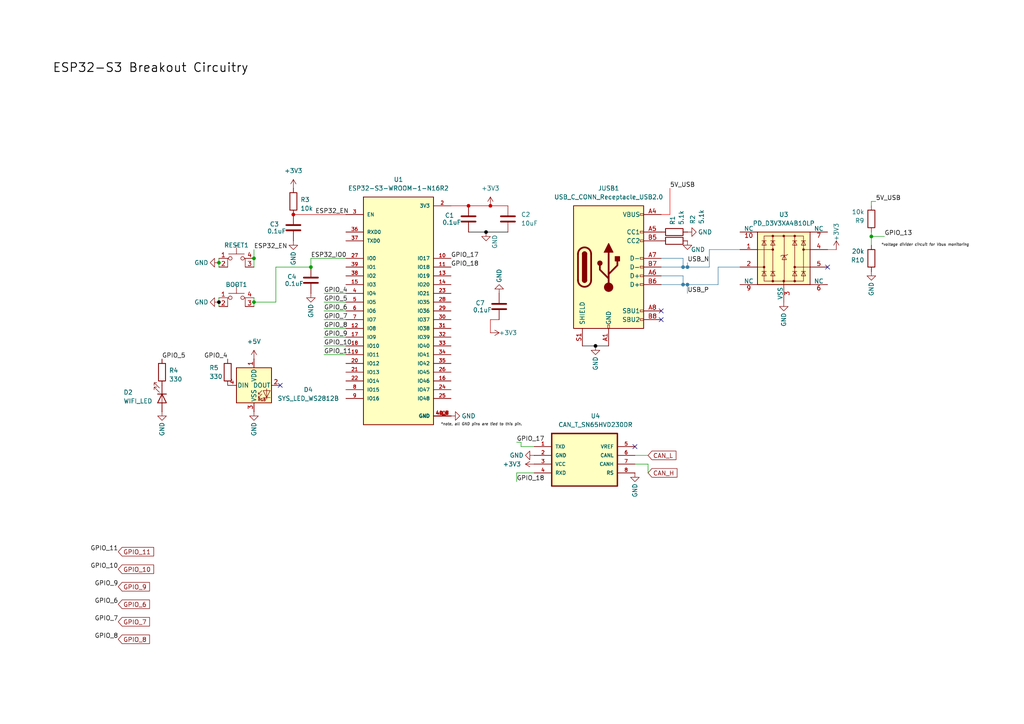
<source format=kicad_sch>
(kicad_sch (version 20231120) (generator "eeschema") (generator_version "8.0")
  (paper "A4")
  (title_block (title "ULC Board ESP32-S3 Breakout Circuitry ") (rev "A") (company "Queen's Rocket Engineering Team") (comment 1 "Jeevan Sanchez"))
  (lib_symbols
    (symbol "Connector:USB_C_Receptacle_USB2.0" (pin_names (offset 1.016))
      (property "Reference" "J" (at -10.16 19.05 0))
      (property "Value" "USB_C_Receptacle_USB2.0" (at 19.05 19.05 0))
      (symbol "USB_C_Receptacle_USB2.0_0_0"
        (rectangle (start -0.254 -17.78) (end 0.254 -16.764))
        (rectangle (start 10.16 -14.986) (end 9.144 -15.494))
        (rectangle (start 10.16 -12.446) (end 9.144 -12.954))
        (rectangle (start 10.16 -4.826) (end 9.144 -5.334))
        (rectangle (start 10.16 -2.286) (end 9.144 -2.794))
        (rectangle (start 10.16 0.254) (end 9.144 -0.254))
        (rectangle (start 10.16 2.794) (end 9.144 2.286))
        (rectangle (start 10.16 7.874) (end 9.144 7.366))
        (rectangle (start 10.16 10.414) (end 9.144 9.906))
        (rectangle (start 10.16 15.494) (end 9.144 14.986))
      )
      (symbol "USB_C_Receptacle_USB2.0_0_1"
        (rectangle (start -10.16 17.78) (end 10.16 -17.78) (stroke (width 0.254)) (fill (type background)))
        (arc (start -8.89 -3.81) (mid -6.985 -5.7067) (end -5.08 -3.81) (stroke (width 0.508)))
        (arc (start -7.62 -3.81) (mid -6.985 -4.4423) (end -6.35 -3.81) (stroke (width 0.254)))
        (arc (start -7.62 -3.81) (mid -6.985 -4.4423) (end -6.35 -3.81) (stroke (width 0.254)) (fill (type outline)))
        (rectangle (start -7.62 -3.81) (end -6.35 3.81) (stroke (width 0.254)) (fill (type outline)))
        (arc (start -6.35 3.81) (mid -6.985 4.4423) (end -7.62 3.81) (stroke (width 0.254)))
        (arc (start -6.35 3.81) (mid -6.985 4.4423) (end -7.62 3.81) (stroke (width 0.254)) (fill (type outline)))
        (arc (start -5.08 3.81) (mid -6.985 5.7067) (end -8.89 3.81) (stroke (width 0.508)))
        (circle (center -2.54 1.143) (radius 0.635) (stroke (width 0.254)) (fill (type outline)))
        (circle (center 0 -5.842) (radius 1.27) (fill (type outline)))
        (polyline (pts (xy -8.89 -3.81) (xy -8.89 3.81)) (stroke (width 0.508)))
        (polyline (pts (xy -5.08 3.81) (xy -5.08 -3.81)) (stroke (width 0.508)))
        (polyline (pts (xy 0 -5.842) (xy 0 4.318)) (stroke (width 0.508)))
        (polyline (pts (xy 0 -3.302) (xy -2.54 -0.762) (xy -2.54 0.508)) (stroke (width 0.508)))
        (polyline (pts (xy 0 -2.032) (xy 2.54 0.508) (xy 2.54 1.778)) (stroke (width 0.508)))
        (polyline (pts (xy -1.27 4.318) (xy 0 6.858) (xy 1.27 4.318) (xy -1.27 4.318)) (stroke (width 0.254)) (fill (type outline)))
        (rectangle (start 1.905 1.778) (end 3.175 3.048) (stroke (width 0.254)) (fill (type outline)))
      )
      (symbol "USB_C_Receptacle_USB2.0_1_1"
        (pin passive line (at 0 -22.86 90) (length 5.08) (name "GND") (number "A1"))
        (pin passive line (at 0 -22.86 90) (length 5.08) hide (name "GND") (number "A12"))
        (pin passive line (at 15.24 15.24 180) (length 5.08) (name "VBUS") (number "A4"))
        (pin bidirectional line (at 15.24 10.16 180) (length 5.08) (name "CC1") (number "A5"))
        (pin bidirectional line (at 15.24 -2.54 180) (length 5.08) (name "D+") (number "A6"))
        (pin bidirectional line (at 15.24 2.54 180) (length 5.08) (name "D-") (number "A7"))
        (pin bidirectional line (at 15.24 -12.7 180) (length 5.08) (name "SBU1") (number "A8"))
        (pin passive line (at 15.24 15.24 180) (length 5.08) hide (name "VBUS") (number "A9"))
        (pin passive line (at 0 -22.86 90) (length 5.08) hide (name "GND") (number "B1"))
        (pin passive line (at 0 -22.86 90) (length 5.08) hide (name "GND") (number "B12"))
        (pin passive line (at 15.24 15.24 180) (length 5.08) hide (name "VBUS") (number "B4"))
        (pin bidirectional line (at 15.24 7.62 180) (length 5.08) (name "CC2") (number "B5"))
        (pin bidirectional line (at 15.24 -5.08 180) (length 5.08) (name "D+") (number "B6"))
        (pin bidirectional line (at 15.24 0 180) (length 5.08) (name "D-") (number "B7"))
        (pin bidirectional line (at 15.24 -15.24 180) (length 5.08) (name "SBU2") (number "B8"))
        (pin passive line (at 15.24 15.24 180) (length 5.08) hide (name "VBUS") (number "B9"))
        (pin passive line (at -7.62 -22.86 90) (length 5.08) (name "SHIELD") (number "S1"))
      )
    )
    (symbol "Device:C" (pin_numbers hide) (pin_names (offset 0.254))
      (property "Reference" "C" (at 0.635 2.54 0))
      (property "Value" "C" (at 0.635 -2.54 0))
      (symbol "C_0_1"
        (polyline (pts (xy -2.032 -0.762) (xy 2.032 -0.762)) (stroke (width 0.508)))
        (polyline (pts (xy -2.032 0.762) (xy 2.032 0.762)) (stroke (width 0.508)))
      )
      (symbol "C_1_1"
        (pin passive line (at 0 3.81 270) (length 2.794) (name "~") (number "1"))
        (pin passive line (at 0 -3.81 90) (length 2.794) (name "~") (number "2"))
      )
    )
    (symbol "Device:LED" (pin_numbers hide) (pin_names (offset 1.016) hide)
      (property "Reference" "D" (at 0 2.54 0))
      (property "Value" "LED" (at 0 -2.54 0))
      (symbol "LED_0_1"
        (polyline (pts (xy -1.27 -1.27) (xy -1.27 1.27)) (stroke (width 0.254)))
        (polyline (pts (xy -1.27 0) (xy 1.27 0)))
        (polyline (pts (xy 1.27 -1.27) (xy 1.27 1.27) (xy -1.27 0) (xy 1.27 -1.27)) (stroke (width 0.254)))
        (polyline (pts (xy -3.048 -0.762) (xy -4.572 -2.286) (xy -3.81 -2.286) (xy -4.572 -2.286) (xy -4.572 -1.524)))
        (polyline (pts (xy -1.778 -0.762) (xy -3.302 -2.286) (xy -2.54 -2.286) (xy -3.302 -2.286) (xy -3.302 -1.524)))
      )
      (symbol "LED_1_1"
        (pin passive line (at -3.81 0 0) (length 2.54) (name "K") (number "1"))
        (pin passive line (at 3.81 0 180) (length 2.54) (name "A") (number "2"))
      )
    )
    (symbol "Device:R" (pin_numbers hide) (pin_names (offset 0))
      (property "Reference" "R" (at 2.032 0 90))
      (property "Value" "R" (at 0 0 90))
      (symbol "R_0_1"
        (rectangle (start -1.016 -2.54) (end 1.016 2.54) (stroke (width 0.254)))
      )
      (symbol "R_1_1"
        (pin passive line (at 0 3.81 270) (length 1.27) (name "~") (number "1"))
        (pin passive line (at 0 -3.81 90) (length 1.27) (name "~") (number "2"))
      )
    )
    (symbol "ESP32-S3-WROOM-1-N16R2:ESP32-S3-WROOM-1-N16R2" (pin_names (offset 1.016))
      (property "Reference" "U" (at -10.16 34.1122 0))
      (property "Value" "ESP32-S3-WROOM-1-N16R2" (at -10.16 -35.56 0))
      (symbol "ESP32-S3-WROOM-1-N16R2_0_0"
        (rectangle (start -10.16 -33.02) (end 10.16 33.02) (stroke (width 0.254)) (fill (type background)))
        (pin power_in line (at 15.24 -30.48 180) (length 5.08) (name "GND") (number "1"))
        (pin bidirectional line (at 15.24 15.24 180) (length 5.08) (name "IO17") (number "10"))
        (pin bidirectional line (at 15.24 12.7 180) (length 5.08) (name "IO18") (number "11"))
        (pin bidirectional line (at -15.24 -5.08 0) (length 5.08) (name "IO8") (number "12"))
        (pin bidirectional line (at 15.24 10.16 180) (length 5.08) (name "IO19") (number "13"))
        (pin bidirectional line (at 15.24 7.62 180) (length 5.08) (name "IO20") (number "14"))
        (pin bidirectional line (at -15.24 7.62 0) (length 5.08) (name "IO3") (number "15"))
        (pin bidirectional line (at 15.24 -20.32 180) (length 5.08) (name "IO46") (number "16"))
        (pin bidirectional line (at -15.24 -7.62 0) (length 5.08) (name "IO9") (number "17"))
        (pin bidirectional line (at -15.24 -10.16 0) (length 5.08) (name "IO10") (number "18"))
        (pin bidirectional line (at -15.24 -12.7 0) (length 5.08) (name "IO11") (number "19"))
        (pin power_in line (at 15.24 30.48 180) (length 5.08) (name "3V3") (number "2"))
        (pin bidirectional line (at -15.24 -15.24 0) (length 5.08) (name "IO12") (number "20"))
        (pin bidirectional line (at -15.24 -17.78 0) (length 5.08) (name "IO13") (number "21"))
        (pin bidirectional line (at -15.24 -20.32 0) (length 5.08) (name "IO14") (number "22"))
        (pin bidirectional line (at 15.24 5.08 180) (length 5.08) (name "IO21") (number "23"))
        (pin bidirectional line (at 15.24 -22.86 180) (length 5.08) (name "IO47") (number "24"))
        (pin bidirectional line (at 15.24 -25.4 180) (length 5.08) (name "IO48") (number "25"))
        (pin bidirectional line (at 15.24 -17.78 180) (length 5.08) (name "IO45") (number "26"))
        (pin bidirectional line (at -15.24 15.24 0) (length 5.08) (name "IO0") (number "27"))
        (pin bidirectional line (at 15.24 2.54 180) (length 5.08) (name "IO35") (number "28"))
        (pin bidirectional line (at 15.24 0 180) (length 5.08) (name "IO36") (number "29"))
        (pin input line (at -15.24 27.94 0) (length 5.08) (name "EN") (number "3"))
        (pin bidirectional line (at 15.24 -2.54 180) (length 5.08) (name "IO37") (number "30"))
        (pin bidirectional line (at 15.24 -5.08 180) (length 5.08) (name "IO38") (number "31"))
        (pin bidirectional line (at 15.24 -7.62 180) (length 5.08) (name "IO39") (number "32"))
        (pin bidirectional line (at 15.24 -10.16 180) (length 5.08) (name "IO40") (number "33"))
        (pin bidirectional line (at 15.24 -12.7 180) (length 5.08) (name "IO41") (number "34"))
        (pin bidirectional line (at 15.24 -15.24 180) (length 5.08) (name "IO42") (number "35"))
        (pin bidirectional line (at -15.24 22.86 0) (length 5.08) (name "RXD0") (number "36"))
        (pin bidirectional line (at -15.24 20.32 0) (length 5.08) (name "TXD0") (number "37"))
        (pin bidirectional line (at -15.24 10.16 0) (length 5.08) (name "IO2") (number "38"))
        (pin bidirectional line (at -15.24 12.7 0) (length 5.08) (name "IO1") (number "39"))
        (pin bidirectional line (at -15.24 5.08 0) (length 5.08) (name "IO4") (number "4"))
        (pin power_in line (at 15.24 -30.48 180) (length 5.08) (name "GND") (number "40"))
        (pin power_in line (at 15.24 -30.48 180) (length 5.08) (name "GND") (number "41_1"))
        (pin power_in line (at 15.24 -30.48 180) (length 5.08) (name "GND") (number "41_2"))
        (pin power_in line (at 15.24 -30.48 180) (length 5.08) (name "GND") (number "41_3"))
        (pin power_in line (at 15.24 -30.48 180) (length 5.08) (name "GND") (number "41_4"))
        (pin power_in line (at 15.24 -30.48 180) (length 5.08) (name "GND") (number "41_5"))
        (pin power_in line (at 15.24 -30.48 180) (length 5.08) (name "GND") (number "41_6"))
        (pin power_in line (at 15.24 -30.48 180) (length 5.08) (name "GND") (number "41_7"))
        (pin power_in line (at 15.24 -30.48 180) (length 5.08) (name "GND") (number "41_8"))
        (pin power_in line (at 15.24 -30.48 180) (length 5.08) (name "GND") (number "41_9"))
        (pin bidirectional line (at -15.24 2.54 0) (length 5.08) (name "IO5") (number "5"))
        (pin bidirectional line (at -15.24 0 0) (length 5.08) (name "IO6") (number "6"))
        (pin bidirectional line (at -15.24 -2.54 0) (length 5.08) (name "IO7") (number "7"))
        (pin bidirectional line (at -15.24 -22.86 0) (length 5.08) (name "IO15") (number "8"))
        (pin bidirectional line (at -15.24 -25.4 0) (length 5.08) (name "IO16") (number "9"))
      )
    )
    (symbol "LED:WS2812B" (pin_names (offset 0.254))
      (property "Reference" "D" (at 5.08 5.715 0))
      (property "Value" "WS2812B" (at 1.27 -5.715 0))
      (symbol "WS2812B_0_0"
        (text "RGB" (at 2.286 -4.191 0) (effects (font (size 0.762 0.762))))
      )
      (symbol "WS2812B_0_1"
        (polyline (pts (xy 1.27 -3.556) (xy 1.778 -3.556)))
        (polyline (pts (xy 1.27 -2.54) (xy 1.778 -2.54)))
        (polyline (pts (xy 4.699 -3.556) (xy 2.667 -3.556)))
        (polyline (pts (xy 2.286 -2.54) (xy 1.27 -3.556) (xy 1.27 -3.048)))
        (polyline (pts (xy 2.286 -1.524) (xy 1.27 -2.54) (xy 1.27 -2.032)))
        (polyline (pts (xy 3.683 -1.016) (xy 3.683 -3.556) (xy 3.683 -4.064)))
        (polyline (pts (xy 4.699 -1.524) (xy 2.667 -1.524) (xy 3.683 -3.556) (xy 4.699 -1.524)))
        (rectangle (start 5.08 5.08) (end -5.08 -5.08) (stroke (width 0.254)) (fill (type background)))
      )
      (symbol "WS2812B_1_1"
        (pin power_in line (at 0 7.62 270) (length 2.54) (name "VDD") (number "1"))
        (pin output line (at 7.62 0 180) (length 2.54) (name "DOUT") (number "2"))
        (pin power_in line (at 0 -7.62 90) (length 2.54) (name "VSS") (number "3"))
        (pin input line (at -7.62 0 0) (length 2.54) (name "DIN") (number "4"))
      )
    )
    (symbol "Power_Protection:D3V3XA4B10LP" (pin_names (offset 0))
      (property "Reference" "U" (at -0.635 8.89 0))
      (property "Value" "D3V3XA4B10LP" (at 8.89 -10.16 0))
      (symbol "D3V3XA4B10LP_0_0"
        (rectangle (start -5.715 6.477) (end 5.715 -6.604))
        (polyline (pts (xy -3.175 -6.604) (xy -3.175 6.477)))
        (polyline (pts (xy 0.127 6.477) (xy 0.127 -6.604)))
        (polyline (pts (xy 3.175 6.477) (xy 3.175 -6.604)))
      )
      (symbol "D3V3XA4B10LP_0_1"
        (rectangle (start -7.62 7.62) (end 7.62 -7.62) (stroke (width 0.254)) (fill (type background)))
        (circle (center -5.715 -2.54) (radius 0.2794) (fill (type outline)))
        (circle (center -3.175 -6.604) (radius 0.2794) (fill (type outline)))
        (circle (center -3.175 2.54) (radius 0.2794) (fill (type outline)))
        (circle (center -3.175 6.477) (radius 0.2794) (fill (type outline)))
        (circle (center 0 -6.604) (radius 0.2794) (fill (type outline)))
        (polyline (pts (xy -7.747 2.54) (xy -3.175 2.54)))
        (polyline (pts (xy -7.62 -2.54) (xy -5.715 -2.54)))
        (polyline (pts (xy -5.08 -3.81) (xy -6.35 -3.81)))
        (polyline (pts (xy -5.08 5.08) (xy -6.35 5.08)))
        (polyline (pts (xy -2.54 -3.81) (xy -3.81 -3.81)))
        (polyline (pts (xy -2.54 5.08) (xy -3.81 5.08)))
        (polyline (pts (xy -0.508 0.889) (xy -0.889 0.635)))
        (polyline (pts (xy 0 -6.604) (xy 0 -7.62)))
        (polyline (pts (xy 0.762 0.889) (xy -0.508 0.889)))
        (polyline (pts (xy 0.762 0.889) (xy 1.143 1.143)))
        (polyline (pts (xy 3.81 -3.81) (xy 2.54 -3.81)))
        (polyline (pts (xy 3.81 5.08) (xy 2.54 5.08)))
        (polyline (pts (xy 6.35 -3.81) (xy 5.08 -3.81)))
        (polyline (pts (xy 6.35 5.08) (xy 5.08 5.08)))
        (polyline (pts (xy 7.62 -2.54) (xy 3.175 -2.54)))
        (polyline (pts (xy 7.62 2.54) (xy 5.715 2.54)))
        (polyline (pts (xy -5.08 -5.08) (xy -6.35 -5.08) (xy -5.715 -3.81) (xy -5.08 -5.08)))
        (polyline (pts (xy -5.08 3.81) (xy -6.35 3.81) (xy -5.715 5.08) (xy -5.08 3.81)))
        (polyline (pts (xy -2.54 -5.08) (xy -3.81 -5.08) (xy -3.175 -3.81) (xy -2.54 -5.08)))
        (polyline (pts (xy -2.54 3.81) (xy -3.81 3.81) (xy -3.175 5.08) (xy -2.54 3.81)))
        (polyline (pts (xy 0.762 -0.381) (xy -0.508 -0.381) (xy 0.127 0.889) (xy 0.762 -0.381)))
        (polyline (pts (xy 3.81 -5.08) (xy 2.54 -5.08) (xy 3.175 -3.81) (xy 3.81 -5.08)))
        (polyline (pts (xy 3.81 3.81) (xy 2.54 3.81) (xy 3.175 5.08) (xy 3.81 3.81)))
        (polyline (pts (xy 6.35 -5.08) (xy 5.08 -5.08) (xy 5.715 -3.81) (xy 6.35 -5.08)))
        (polyline (pts (xy 6.35 3.81) (xy 5.08 3.81) (xy 5.715 5.08) (xy 6.35 3.81)))
        (circle (center 0 6.477) (radius 0.2794) (fill (type outline)))
        (circle (center 3.175 -6.604) (radius 0.2794) (fill (type outline)))
        (circle (center 3.175 -2.54) (radius 0.2794) (fill (type outline)))
        (circle (center 3.175 6.477) (radius 0.2794) (fill (type outline)))
        (circle (center 5.715 2.54) (radius 0.2794) (fill (type outline)))
      )
      (symbol "D3V3XA4B10LP_1_1"
        (pin passive line (at -12.7 2.54 0) (length 5.08) (name "~") (number "1"))
        (pin free line (at -12.7 7.62 0) (length 5.08) (name "NC") (number "10"))
        (pin passive line (at -12.7 -2.54 0) (length 5.08) (name "~") (number "2"))
        (pin power_in line (at 0 -12.7 90) (length 5.08) (name "VSS") (number "3"))
        (pin passive line (at 12.7 2.54 180) (length 5.08) (name "~") (number "4"))
        (pin passive line (at 12.7 -2.54 180) (length 5.08) (name "~") (number "5"))
        (pin free line (at 12.7 -7.62 180) (length 5.08) (name "NC") (number "6"))
        (pin free line (at 12.7 7.62 180) (length 5.08) (name "NC") (number "7"))
        (pin passive line (at 0 -12.7 90) (length 5.08) hide (name "VSS") (number "8"))
        (pin free line (at -12.7 -7.62 0) (length 5.08) (name "NC") (number "9"))
      )
    )
    (symbol "SN65HVD230DR:SN65HVD230DR" (pin_names (offset 1.016))
      (property "Reference" "U4" (at 0 17.78 0))
      (property "Value" "CAN_T_SN65HVD230DR" (at 0 15.24 0))
      (symbol "SN65HVD230DR_0_0"
        (rectangle (start -12.7 12.7) (end 6.35 -2.54) (stroke (width 0.41)) (fill (type background)))
        (pin power_in line (at -17.78 6.35 0) (length 5.08) (name "GND") (number "2"))
        (pin power_in line (at -17.78 3.81 0) (length 5.08) (name "VCC") (number "3"))
        (pin output line (at 11.43 8.89 180) (length 5.08) (name "VREF") (number "5"))
        (pin output line (at 11.43 6.35 180) (length 5.08) (name "CANL") (number "6"))
        (pin output line (at 11.43 3.81 180) (length 5.08) (name "CANH") (number "7"))
        (pin input line (at 11.43 1.27 180) (length 5.08) (name "RS") (number "8"))
      )
      (symbol "SN65HVD230DR_1_0"
        (pin input line (at -17.78 8.89 0) (length 5.08) (name "TXD") (number "1"))
        (pin output line (at -17.78 1.27 0) (length 5.08) (name "RXD") (number "4"))
      )
    )
    (symbol "Switch:SW_MEC_5E" (pin_names (offset 1.016) hide)
      (property "Reference" "SW" (at 0.635 5.715 0))
      (property "Value" "SW_MEC_5E" (at 0 -3.175 0))
      (symbol "SW_MEC_5E_0_1"
        (circle (center -1.778 2.54) (radius 0.508))
        (polyline (pts (xy -2.286 3.81) (xy 2.286 3.81)))
        (polyline (pts (xy 0 3.81) (xy 0 5.588)))
        (polyline (pts (xy -2.54 0) (xy -2.54 2.54) (xy -2.286 2.54)))
        (polyline (pts (xy 2.54 0) (xy 2.54 2.54) (xy 2.286 2.54)))
        (circle (center 1.778 2.54) (radius 0.508))
        (pin passive line (at -5.08 2.54 0) (length 2.54) (name "1") (number "1"))
        (pin passive line (at -5.08 0 0) (length 2.54) (name "2") (number "2"))
        (pin passive line (at 5.08 0 180) (length 2.54) (name "K") (number "3"))
        (pin passive line (at 5.08 2.54 180) (length 2.54) (name "A") (number "4"))
      )
    )
    (symbol "power:+3V3" (power) (pin_numbers hide) (pin_names (offset 0) hide)
      (property "Value" "+3V3" (at 0 3.556 0))
      (symbol "+3V3_0_1"
        (polyline (pts (xy -0.762 1.27) (xy 0 2.54)))
        (polyline (pts (xy 0 0) (xy 0 2.54)))
        (polyline (pts (xy 0 2.54) (xy 0.762 1.27)))
      )
      (symbol "+3V3_1_1"
        (pin power_in line (at 0 0 90) (length 0) (name "~") (number "1"))
      )
    )
    (symbol "power:+5V" (power) (pin_numbers hide) (pin_names (offset 0) hide)
      (property "Value" "+5V" (at 0 3.556 0))
      (symbol "+5V_0_1"
        (polyline (pts (xy -0.762 1.27) (xy 0 2.54)))
        (polyline (pts (xy 0 0) (xy 0 2.54)))
        (polyline (pts (xy 0 2.54) (xy 0.762 1.27)))
      )
      (symbol "+5V_1_1"
        (pin power_in line (at 0 0 90) (length 0) (name "~") (number "1"))
      )
    )
    (symbol "power:GND" (power) (pin_numbers hide) (pin_names (offset 0) hide)
      (property "Value" "GND" (at 0 -3.81 0))
      (symbol "GND_0_1"
        (polyline (pts (xy 0 0) (xy 0 -1.27) (xy 1.27 -1.27) (xy 0 -2.54) (xy -1.27 -1.27) (xy 0 -1.27)))
      )
      (symbol "GND_1_1"
        (pin power_in line (at 0 0 270) (length 0) (name "~") (number "1"))
      )
    )
  )
  (junction (at 172.72 100.33) (color 0 0 0 1))
  (junction (at 198.12 82.55) (color 47 120 160 1))
  (junction (at 90.17 77.47))
  (junction (at 199.39 77.47) (color 47 120 160 1))
  (junction (at 198.12 77.47) (color 47 120 160 1))
  (junction (at 85.09 62.23) (color 194 0 0 1))
  (junction (at 73.66 74.93))
  (junction (at 142.24 59.69) (color 194 0 0 1))
  (junction (at 199.39 82.55) (color 47 120 160 1))
  (junction (at 73.66 87.63))
  (junction (at 63.5 76.2))
  (junction (at 135.89 59.69) (color 194 0 0 1))
  (junction (at 140.97 67.31) (color 0 0 0 1))
  (junction (at 63.5 87.63) (color 0 0 0 1))
  (junction (at 252.73 68.58))
  (no_connect (at 81.28 111.76))
  (no_connect (at 191.77 92.71))
  (no_connect (at 191.77 90.17))
  (no_connect (at 240.03 77.47))
  (no_connect (at 184.15 129.54))
  (wire (pts (xy 90.17 74.93) (xy 90.17 77.47)))
  (wire (pts (xy 93.98 85.09) (xy 100.33 85.09)))
  (wire (pts (xy 93.98 90.17) (xy 100.33 90.17)))
  (wire (pts (xy 142.24 59.69) (xy 147.32 59.69)) (stroke (width 0) (color 194 0 0 1)))
  (wire (pts (xy 93.98 97.79) (xy 100.33 97.79)))
  (wire (pts (xy 252.73 59.69) (xy 252.73 58.42)))
  (wire (pts (xy 93.98 95.25) (xy 100.33 95.25)))
  (wire (pts (xy 73.66 86.36) (xy 73.66 87.63)))
  (wire (pts (xy 198.12 77.47) (xy 199.39 77.47)) (stroke (width 0) (color 47 120 160 1)))
  (wire (pts (xy 154.94 137.16) (xy 149.86 137.16)))
  (wire (pts (xy 142.24 92.71) (xy 144.78 92.71)) (stroke (width 0) (color 194 0 0 1)))
  (wire (pts (xy 198.12 80.01) (xy 191.77 80.01)) (stroke (width 0) (color 47 120 160 1)))
  (wire (pts (xy 85.09 62.23) (xy 100.33 62.23)) (stroke (width 0) (color 194 0 0 1)))
  (wire (pts (xy 198.12 74.93) (xy 198.12 77.47)) (stroke (width 0) (color 47 120 160 1)))
  (wire (pts (xy 198.12 77.47) (xy 191.77 77.47)) (stroke (width 0) (color 47 120 160 1)))
  (wire (pts (xy 184.15 134.62) (xy 187.96 134.62)))
  (wire (pts (xy 149.86 128.27) (xy 151.13 128.27)))
  (wire (pts (xy 172.72 100.33) (xy 176.53 100.33)) (stroke (width 0) (color 0 0 0 1)))
  (wire (pts (xy 73.66 87.63) (xy 73.66 88.9)))
  (wire (pts (xy 242.57 72.39) (xy 240.03 72.39)) (stroke (width 0) (color 255 0 0 1)))
  (wire (pts (xy 199.39 82.55) (xy 208.28 82.55)) (stroke (width 0) (color 47 120 160 1)))
  (wire (pts (xy 63.5 74.93) (xy 63.5 76.2)))
  (wire (pts (xy 142.24 96.52) (xy 142.24 92.71)) (stroke (width 0) (color 194 0 0 1)))
  (wire (pts (xy 252.73 67.31) (xy 252.73 68.58)))
  (wire (pts (xy 194.31 62.23) (xy 194.31 54.61)) (stroke (width 0) (color 255 0 0 1)))
  (wire (pts (xy 252.73 68.58) (xy 252.73 71.12)))
  (wire (pts (xy 151.13 128.27) (xy 151.13 129.54)))
  (wire (pts (xy 252.73 68.58) (xy 256.54 68.58)))
  (wire (pts (xy 198.12 82.55) (xy 198.12 80.01)) (stroke (width 0) (color 47 120 160 1)))
  (wire (pts (xy 73.66 74.93) (xy 73.66 77.47)))
  (wire (pts (xy 130.81 59.69) (xy 135.89 59.69)) (stroke (width 0) (color 194 0 0 1)))
  (wire (pts (xy 205.74 72.39) (xy 214.63 72.39)) (stroke (width 0) (color 47 120 160 1)))
  (wire (pts (xy 168.91 100.33) (xy 172.72 100.33)) (stroke (width 0) (color 0 0 0 1)))
  (wire (pts (xy 63.5 87.63) (xy 63.5 88.9)))
  (wire (pts (xy 191.77 82.55) (xy 198.12 82.55)) (stroke (width 0) (color 47 120 160 1)))
  (wire (pts (xy 191.77 74.93) (xy 198.12 74.93)) (stroke (width 0) (color 47 120 160 1)))
  (wire (pts (xy 199.39 76.2) (xy 199.39 77.47)) (stroke (width 0) (color 47 120 160 1)))
  (wire (pts (xy 187.96 134.62) (xy 187.96 137.16)))
  (wire (pts (xy 80.01 77.47) (xy 90.17 77.47)))
  (wire (pts (xy 80.01 87.63) (xy 80.01 77.47)))
  (wire (pts (xy 73.66 87.63) (xy 80.01 87.63)))
  (wire (pts (xy 93.98 102.87) (xy 100.33 102.87)))
  (wire (pts (xy 93.98 92.71) (xy 100.33 92.71)))
  (wire (pts (xy 252.73 58.42) (xy 254 58.42)))
  (wire (pts (xy 199.39 77.47) (xy 205.74 77.47)) (stroke (width 0) (color 47 120 160 1)))
  (wire (pts (xy 151.13 129.54) (xy 154.94 129.54)))
  (wire (pts (xy 135.89 59.69) (xy 142.24 59.69)) (stroke (width 0) (color 194 0 0 1)))
  (wire (pts (xy 73.66 72.39) (xy 73.66 74.93)))
  (wire (pts (xy 93.98 100.33) (xy 100.33 100.33)))
  (wire (pts (xy 63.5 76.2) (xy 63.5 77.47)))
  (wire (pts (xy 199.39 82.55) (xy 199.39 85.09)) (stroke (width 0) (color 47 120 160 1)))
  (wire (pts (xy 149.86 137.16) (xy 149.86 139.7)))
  (wire (pts (xy 140.97 67.31) (xy 147.32 67.31)) (stroke (width 0) (color 0 0 0 1)))
  (wire (pts (xy 208.28 77.47) (xy 214.63 77.47)) (stroke (width 0) (color 47 120 160 1)))
  (wire (pts (xy 100.33 74.93) (xy 90.17 74.93)))
  (wire (pts (xy 205.74 77.47) (xy 205.74 72.39)) (stroke (width 0) (color 47 120 160 1)))
  (wire (pts (xy 63.5 86.36) (xy 63.5 87.63)))
  (wire (pts (xy 191.77 62.23) (xy 194.31 62.23)) (stroke (width 0) (color 255 0 0 1)))
  (wire (pts (xy 93.98 87.63) (xy 100.33 87.63)))
  (wire (pts (xy 184.15 132.08) (xy 187.96 132.08)))
  (wire (pts (xy 198.12 82.55) (xy 199.39 82.55)) (stroke (width 0) (color 47 120 160 1)))
  (wire (pts (xy 208.28 82.55) (xy 208.28 77.47)) (stroke (width 0) (color 47 120 160 1)))
  (wire (pts (xy 135.89 67.31) (xy 140.97 67.31)) (stroke (width 0) (color 0 0 0 1)))
  (text "ESP32-S3 Breakout Circuitry\n" (at 43.688 19.812 0) (effects (font (size 2.54 2.54) (thickness 0.254) (bold yes))))
  (text "*voltage divider circuit for Vbus monitoring\n" (at 255.524 71.12 0) (effects (font (size 0.762 0.762) (italic yes)) (justify left)))
  (text "*note, all GND pins are tied to this pin." (at 127.762 123.19 0) (effects (font (size 0.762 0.762) (italic yes)) (justify left)))
  (label "GPIO_10" (at 93.98 100.33 0))
  (label "ESP32_EN" (at 73.66 72.39 0))
  (label "ESP32_IO0" (at 90.17 74.93 0))
  (label "GPIO_13" (at 256.54 68.58 0))
  (label "GPIO_18" (at 149.86 139.7 0))
  (label "GPIO_9" (at 93.98 97.79 0))
  (label "GPIO_18" (at 130.81 77.47 0))
  (label "GPIO_17" (at 130.81 74.93 0))
  (label "5V_USB" (at 194.31 54.61 0) (effects (font (thickness 0.1588))))
  (label "USB_N" (at 199.39 76.2 0) (effects (font (thickness 0.1588))))
  (label "GPIO_4" (at 93.98 85.09 0))
  (label "GPIO_6" (at 34.29 175.26 180))
  (label "GPIO_8" (at 93.98 95.25 0))
  (label "GPIO_4" (at 66.04 104.14 180))
  (label "GPIO_5" (at 46.99 104.14 0))
  (label "GPIO_5" (at 93.98 87.63 0))
  (label "5V_USB" (at 254 58.42 0) (effects (font (thickness 0.1588))))
  (label "GPIO_6" (at 93.98 90.17 0))
  (label "GPIO_7" (at 34.29 180.34 180))
  (label "GPIO_9" (at 34.29 170.18 180))
  (label "GPIO_11" (at 93.98 102.87 0))
  (label "ESP32_EN" (at 91.44 62.23 0))
  (label "GPIO_11" (at 34.29 160.02 180))
  (label "GPIO_17" (at 149.86 128.27 0))
  (label "GPIO_10" (at 34.29 165.1 180))
  (label "GPIO_8" (at 34.29 185.42 180))
  (label "GPIO_7" (at 93.98 92.71 0))
  (label "USB_P" (at 199.39 85.09 0) (effects (font (thickness 0.1588))))
  (global_label "GPIO_7" (shape input) (at 34.29 180.34 0) (property "Intersheetrefs" "${INTERSHEET_REFS}" (effects (hide yes))))
  (global_label "GPIO_6" (shape input) (at 34.29 175.26 0) (property "Intersheetrefs" "${INTERSHEET_REFS}" (effects (hide yes))))
  (global_label "GPIO_10" (shape input) (at 34.29 165.1 0) (property "Intersheetrefs" "${INTERSHEET_REFS}" (effects (hide yes))))
  (global_label "GPIO_8" (shape input) (at 34.29 185.42 0) (property "Intersheetrefs" "${INTERSHEET_REFS}" (effects (hide yes))))
  (global_label "GPIO_9" (shape input) (at 34.29 170.18 0) (property "Intersheetrefs" "${INTERSHEET_REFS}" (effects (hide yes))))
  (global_label "CAN_H" (shape input) (at 187.96 137.16 0) (property "Intersheetrefs" "${INTERSHEET_REFS}" (effects (hide yes))))
  (global_label "CAN_L" (shape input) (at 187.96 132.08 0) (property "Intersheetrefs" "${INTERSHEET_REFS}" (effects (hide yes))))
  (global_label "GPIO_11" (shape input) (at 34.29 160.02 0) (property "Intersheetrefs" "${INTERSHEET_REFS}" (effects (hide yes))))
  (symbol (lib_id "Device:R") (at 252.73 74.93 180) (unit 1)
    (property "Reference" "R10" (at 250.698 75.438 0) (effects (justify left)))
    (property "Value" "20k" (at 250.698 72.898 0) (effects (justify left)))
    (property "Footprint" "Resistor_SMD:R_0603_1608Metric" (effects (hide yes)))
    (property "Description" "Resistor" (effects (hide yes)))
  )
  (symbol (lib_id "power:GND") (at 154.94 132.08 270) (unit 1)
    (property "Reference" "#PWR019" (effects (hide yes)))
    (property "Value" "GND" (at 151.892 132.08 90) (effects (justify right)))
    (property "Description" "Power symbol creates a global label with name \"GND\" , ground" (effects (hide yes)))
  )
  (symbol (lib_id "power:+3V3") (at 242.57 72.39 0) (unit 1)
    (property "Reference" "#PWR027" (effects (hide yes)))
    (property "Value" "+3V3" (at 242.57 67.31 90))
    (property "Description" "Power symbol creates a global label with name \"+3V3\"" (effects (hide yes)))
  )
  (symbol (lib_id "Power_Protection:D3V3XA4B10LP") (at 227.33 74.93 0) (unit 1)
    (property "Reference" "U3" (at 227.33 62.23 0))
    (property "Value" "PD_D3V3XA4B10LP" (at 227.33 64.77 0))
    (property "Footprint" "Package_DFN_QFN:Diodes_UDFN-10_1.0x2.5mm_P0.5mm" (effects (hide yes)))
    (property "Datasheet" "https://www.diodes.com/assets/Datasheets/D3V3XA4B10LP.pdf" (effects (hide yes)))
    (property "Description" "4-Channel Low Capacitance TVS Diode Array, DFN-10" (effects (hide yes)))
  )
  (symbol (lib_id "power:GND") (at 63.5 87.63 270) (unit 1)
    (property "Reference" "#PWR024" (effects (hide yes)))
    (property "Value" "GND" (at 60.452 87.63 90) (effects (justify right)))
    (property "Description" "Power symbol creates a global label with name \"GND\" , ground" (effects (hide yes)))
  )
  (symbol (lib_id "Device:R") (at 66.04 107.95 0) (unit 1)
    (property "Reference" "R5" (at 60.706 106.68 0) (effects (justify left)))
    (property "Value" "330" (at 60.706 109.22 0) (effects (justify left)))
    (property "Footprint" "Resistor_SMD:R_0603_1608Metric" (effects (hide yes)))
    (property "Description" "Resistor" (effects (hide yes)))
  )
  (symbol (lib_id "power:GND") (at 252.73 78.74 0) (unit 1)
    (property "Reference" "#PWR026" (effects (hide yes)))
    (property "Value" "GND" (at 252.73 81.788 90) (effects (justify right)))
    (property "Description" "Power symbol creates a global label with name \"GND\" , ground" (effects (hide yes)))
  )
  (symbol (lib_id "power:+5V") (at 73.66 104.14 0) (unit 1)
    (property "Reference" "#PWR012" (effects (hide yes)))
    (property "Value" "+5V" (at 73.66 99.06 0))
    (property "Description" "Power symbol creates a global label with name \"+5V\"" (effects (hide yes)))
  )
  (symbol (lib_id "power:+3V3") (at 154.94 134.62 90) (unit 1)
    (property "Reference" "#PWR022" (effects (hide yes)))
    (property "Value" "+3V3" (at 151.13 134.6199 90) (effects (justify left)))
    (property "Description" "Power symbol creates a global label with name \"+3V3\"" (effects (hide yes)))
  )
  (symbol (lib_id "Device:R") (at 252.73 63.5 180) (unit 1)
    (property "Reference" "R9" (at 250.698 64.008 0) (effects (justify left)))
    (property "Value" "10k" (at 250.698 61.468 0) (effects (justify left)))
    (property "Footprint" "Resistor_SMD:R_0603_1608Metric" (effects (hide yes)))
    (property "Description" "Resistor" (effects (hide yes)))
  )
  (symbol (lib_id "power:GND") (at 46.99 119.38 0) (unit 1)
    (property "Reference" "#PWR013" (effects (hide yes)))
    (property "Value" "GND" (at 46.99 122.428 90) (effects (justify right)))
    (property "Description" "Power symbol creates a global label with name \"GND\" , ground" (effects (hide yes)))
  )
  (symbol (lib_id "power:GND") (at 184.15 137.16 0) (unit 1)
    (property "Reference" "#PWR023" (effects (hide yes)))
    (property "Value" "GND" (at 184.15 140.208 90) (effects (justify right)))
    (property "Description" "Power symbol creates a global label with name \"GND\" , ground" (effects (hide yes)))
  )
  (symbol (lib_id "power:GND") (at 172.72 100.33 0) (unit 1)
    (property "Reference" "#PWR03" (effects (hide yes)))
    (property "Value" "GND" (at 172.72 103.378 90) (effects (justify right)))
    (property "Description" "Power symbol creates a global label with name \"GND\" , ground" (effects (hide yes)))
  )
  (symbol (lib_id "Switch:SW_MEC_5E") (at 68.58 88.9 0) (unit 1)
    (property "Reference" "BOOT1" (at 68.58 82.55 0))
    (property "Value" "~" (at 68.58 82.55 0))
    (property "Footprint" "Button_Switch_SMD:SW_SPST_PTS810" (effects (hide yes)))
    (property "Datasheet" "http://www.apem.com/int/index.php?controller=attachment&id_attachment=1371" (effects (hide yes)))
    (property "Description" "Push Button" (effects (hide yes)))
  )
  (symbol (lib_id "Switch:SW_MEC_5E") (at 68.58 77.47 0) (unit 1)
    (property "Reference" "RESET1" (at 68.58 71.12 0))
    (property "Value" "~" (at 68.58 71.12 0))
    (property "Footprint" "Button_Switch_SMD:SW_SPST_PTS810" (effects (hide yes)))
    (property "Datasheet" "http://www.apem.com/int/index.php?controller=attachment&id_attachment=1371" (effects (hide yes)))
    (property "Description" "Push Button" (effects (hide yes)))
  )
  (symbol (lib_id "power:+3V3") (at 142.24 59.69 0) (unit 1)
    (property "Reference" "#PWR06" (effects (hide yes)))
    (property "Value" "+3V3" (at 142.24 54.61 0))
    (property "Description" "Power symbol creates a global label with name \"+3V3\"" (effects (hide yes)))
  )
  (symbol (lib_id "SN65HVD230DR:SN65HVD230DR") (at 172.72 138.43 0) (unit 1)
    (property "Reference" "U4" (at 172.72 120.65 0))
    (property "Value" "CAN_T_SN65HVD230DR" (at 172.72 123.19 0))
    (property "Footprint" "SN65HVD230DR:SOIC127P599X175-8N" (effects (hide yes)))
    (property "Datasheet" "https://www.ti.com/lit/ds/symlink/sn65hvd230.pdf" (effects (hide yes)))
    (property "Description" "CAN Transceiver" (effects (hide yes)))
    (property "MF" "Texas Instruments" (effects (hide yes)))
    (property "Description_1" "\n                        \n                            3.3 V CAN Transceiver with Standby Mode\n                        \n" (effects (hide yes)))
    (property "Package" "SOIC-8 Texas Instruments" (effects (hide yes)))
    (property "Price" "None" (effects (hide yes)))
    (property "SnapEDA_Link" "https://www.snapeda.com/parts/SN65HVD230DR/Texas+Instruments/view-part/?ref=snap" (effects (hide yes)))
    (property "MP" "SN65HVD230DR" (effects (hide yes)))
    (property "Availability" "In Stock" (effects (hide yes)))
    (property "Check_prices" "https://www.snapeda.com/parts/SN65HVD230DR/Texas+Instruments/view-part/?ref=eda" (effects (hide yes)))
  )
  (symbol (lib_id "Device:R") (at 46.99 107.95 0) (unit 1)
    (property "Reference" "R4" (at 49.022 107.442 0) (effects (justify left)))
    (property "Value" "330" (at 49.022 109.982 0) (effects (justify left)))
    (property "Footprint" "Resistor_SMD:R_0603_1608Metric" (effects (hide yes)))
    (property "Description" "Resistor" (effects (hide yes)))
  )
  (symbol (lib_id "Device:C") (at 144.78 88.9 0) (unit 1)
    (property "Reference" "C7" (at 137.922 87.884 0) (effects (justify left)))
    (property "Value" "0.1uF" (at 137.16 89.9161 0) (effects (justify left)))
    (property "Footprint" "Capacitor_SMD:C_0603_1608Metric" (effects (hide yes)))
    (property "Description" "Unpolarized capacitor" (effects (hide yes)))
  )
  (symbol (lib_id "power:GND") (at 144.78 85.09 180) (unit 1)
    (property "Reference" "#PWR021" (effects (hide yes)))
    (property "Value" "GND" (at 144.78 82.042 90) (effects (justify right)))
    (property "Description" "Power symbol creates a global label with name \"GND\" , ground" (effects (hide yes)))
  )
  (symbol (lib_id "power:GND") (at 199.39 67.31 90) (unit 1)
    (property "Reference" "#PWR01" (effects (hide yes)))
    (property "Value" "GND" (at 202.438 67.31 90) (effects (justify right)))
    (property "Description" "Power symbol creates a global label with name \"GND\" , ground" (effects (hide yes)))
  )
  (symbol (lib_id "power:GND") (at 227.33 87.63 0) (unit 1)
    (property "Reference" "#PWR04" (effects (hide yes)))
    (property "Value" "GND" (at 227.33 90.678 90) (effects (justify right)))
    (property "Description" "Power symbol creates a global label with name \"GND\" , ground" (effects (hide yes)))
  )
  (symbol (lib_id "power:GND") (at 90.17 85.09 0) (unit 1)
    (property "Reference" "#PWR010" (effects (hide yes)))
    (property "Value" "GND" (at 90.17 88.138 90) (effects (justify right)))
    (property "Description" "Power symbol creates a global label with name \"GND\" , ground" (effects (hide yes)))
  )
  (symbol (lib_id "LED:WS2812B") (at 73.66 111.76 0) (unit 1)
    (property "Reference" "D4" (at 89.408 113.03 0))
    (property "Value" "SYS_LED_WS2812B" (at 89.408 115.57 0))
    (property "Footprint" "LED_SMD:LED_WS2812B_PLCC4_5.0x5.0mm_P3.2mm" (effects (hide yes)))
    (property "Datasheet" "https://cdn-shop.adafruit.com/datasheets/WS2812B.pdf" (effects (hide yes)))
    (property "Description" "Adressable RGB LED" (effects (hide yes)))
  )
  (symbol (lib_id "power:+3V3") (at 85.09 54.61 0) (unit 1)
    (property "Reference" "#PWR07" (effects (hide yes)))
    (property "Value" "+3V3" (at 85.09 49.53 0))
    (property "Description" "Power symbol creates a global label with name \"+3V3\"" (effects (hide yes)))
  )
  (symbol (lib_id "power:+3V3") (at 142.24 96.52 270) (unit 1)
    (property "Reference" "#PWR020" (effects (hide yes)))
    (property "Value" "+3V3" (at 147.32 96.52 90))
    (property "Description" "Power symbol creates a global label with name \"+3V3\"" (effects (hide yes)))
  )
  (symbol (lib_id "power:GND") (at 140.97 67.31 0) (unit 1)
    (property "Reference" "#PWR05" (effects (hide yes)))
    (property "Value" "GND" (at 143.51 68.072 90) (effects (justify right)))
    (property "Description" "Power symbol creates a global label with name \"GND\" , ground" (effects (hide yes)))
  )
  (symbol (lib_id "Device:R") (at 85.09 58.42 0) (unit 1)
    (property "Reference" "R3" (at 87.122 57.912 0) (effects (justify left)))
    (property "Value" "10k" (at 87.122 60.452 0) (effects (justify left)))
    (property "Footprint" "Resistor_SMD:R_0603_1608Metric" (effects (hide yes)))
    (property "Description" "Resistor" (effects (hide yes)))
  )
  (symbol (lib_id "power:GND") (at 130.81 120.65 90) (unit 1)
    (property "Reference" "#PWR09" (effects (hide yes)))
    (property "Value" "GND" (at 133.858 120.65 90) (effects (justify right)))
    (property "Description" "Power symbol creates a global label with name \"GND\" , ground" (effects (hide yes)))
  )
  (symbol (lib_id "Device:C") (at 147.32 63.5 0) (unit 1)
    (property "Reference" "C2" (at 151.13 62.2299 0) (effects (justify left)))
    (property "Value" "10uF" (at 151.13 64.7699 0) (effects (justify left)))
    (property "Footprint" "Capacitor_SMD:C_0603_1608Metric" (effects (hide yes)))
    (property "Description" "Unpolarized capacitor" (effects (hide yes)))
  )
  (symbol (lib_id "Device:R") (at 195.58 67.31 90) (unit 1)
    (property "Reference" "R1" (at 195.072 65.278 0) (effects (justify left)))
    (property "Value" "5.1k" (at 197.612 65.278 0) (effects (justify left)))
    (property "Footprint" "Resistor_SMD:R_0603_1608Metric" (effects (hide yes)))
    (property "Description" "Resistor" (effects (hide yes)))
  )
  (symbol (lib_id "ESP32-S3-WROOM-1-N16R2:ESP32-S3-WROOM-1-N16R2") (at 115.57 90.17 0) (unit 1)
    (property "Reference" "U1" (at 115.57 52.07 0))
    (property "Value" "ESP32-S3-WROOM-1-N16R2" (at 115.57 54.61 0))
    (property "Footprint" "ESP32-S3-WROOM-1-N16R2:XCVR_ESP32-S3-WROOM-1-N16R2" (effects (hide yes)))
    (property "Datasheet" "https://documentation.espressif.com/esp32-s3-wroom-1_wroom-1u_datasheet_en.pdf" (effects (hide yes)))
    (property "Description" "ESP32-WROOM-S3 MCU" (effects (hide yes)))
    (property "MF" "Espressif Systems" (effects (hide yes)))
    (property "MAXIMUM_PACKAGE_HEIGHT" "3.25mm" (effects (hide yes)))
    (property "Package" "NON STANDARD Espressif Systems" (effects (hide yes)))
    (property "Price" "None" (effects (hide yes)))
    (property "Check_prices" "https://www.snapeda.com/parts/ESP32-S3-WROOM-1-N16R2/Espressif+Systems/view-part/?ref=eda" (effects (hide yes)))
    (property "STANDARD" "Manufacturer Recommendations" (effects (hide yes)))
    (property "PARTREV" "v1.0" (effects (hide yes)))
    (property "SnapEDA_Link" "https://www.snapeda.com/parts/ESP32-S3-WROOM-1-N16R2/Espressif+Systems/view-part/?ref=snap" (effects (hide yes)))
    (property "MP" "ESP32-S3-WROOM-1-N16R2" (effects (hide yes)))
    (property "Description_1" "\n                        \n                            Bluetooth, WiFi 802.11b/g/n, Bluetooth v5.0 Transceiver Module 2.4GHz PCB Trace Surface Mount\n                        \n" (effects (hide yes)))
    (property "Availability" "In Stock" (effects (hide yes)))
    (property "MANUFACTURER" "Espressif" (effects (hide yes)))
  )
  (symbol (lib_id "Device:C") (at 85.09 66.04 0) (unit 1)
    (property "Reference" "C3" (at 78.232 65.024 0) (effects (justify left)))
    (property "Value" "0.1uF" (at 77.47 67.0561 0) (effects (justify left)))
    (property "Footprint" "Capacitor_SMD:C_0603_1608Metric" (effects (hide yes)))
    (property "Description" "Unpolarized capacitor" (effects (hide yes)))
  )
  (symbol (lib_id "Device:C") (at 90.17 81.28 0) (unit 1)
    (property "Reference" "C4" (at 83.312 80.264 0) (effects (justify left)))
    (property "Value" "0.1uF" (at 82.55 82.2961 0) (effects (justify left)))
    (property "Footprint" "Capacitor_SMD:C_0603_1608Metric" (effects (hide yes)))
    (property "Description" "Unpolarized capacitor" (effects (hide yes)))
  )
  (symbol (lib_id "Device:LED") (at 46.99 115.57 270) (unit 1)
    (property "Reference" "D2" (at 35.814 113.792 90) (effects (justify left)))
    (property "Value" "WIFI_LED" (at 35.814 116.332 90) (effects (justify left)))
    (property "Footprint" "LED_SMD:LED_1206_3216Metric" (effects (hide yes)))
    (property "Description" "Light emitting diode" (effects (hide yes)))
  )
  (symbol (lib_id "power:GND") (at 199.39 69.85 0) (unit 1)
    (property "Reference" "#PWR02" (effects (hide yes)))
    (property "Value" "GND" (at 202.438 72.39 0))
    (property "Description" "Power symbol creates a global label with name \"GND\" , ground" (effects (hide yes)))
  )
  (symbol (lib_id "Device:C") (at 135.89 63.5 0) (unit 1)
    (property "Reference" "C1" (at 129.032 62.484 0) (effects (justify left)))
    (property "Value" "0.1uF" (at 128.27 64.5161 0) (effects (justify left)))
    (property "Footprint" "Capacitor_SMD:C_0603_1608Metric" (effects (hide yes)))
    (property "Description" "Unpolarized capacitor" (effects (hide yes)))
  )
  (symbol (lib_id "power:GND") (at 85.09 69.85 0) (unit 1)
    (property "Reference" "#PWR08" (effects (hide yes)))
    (property "Value" "GND" (at 85.09 72.898 90) (effects (justify right)))
    (property "Description" "Power symbol creates a global label with name \"GND\" , ground" (effects (hide yes)))
  )
  (symbol (lib_id "Device:R") (at 195.58 69.85 90) (unit 1)
    (property "Reference" "R2" (at 200.914 65.024 0) (effects (justify left)))
    (property "Value" "5.1k" (at 203.454 65.024 0) (effects (justify left)))
    (property "Footprint" "Resistor_SMD:R_0603_1608Metric" (effects (hide yes)))
    (property "Description" "Resistor" (effects (hide yes)))
  )
  (symbol (lib_id "power:GND") (at 73.66 119.38 0) (unit 1)
    (property "Reference" "#PWR011" (effects (hide yes)))
    (property "Value" "GND" (at 73.66 122.428 90) (effects (justify right)))
    (property "Description" "Power symbol creates a global label with name \"GND\" , ground" (effects (hide yes)))
  )
  (symbol (lib_id "power:GND") (at 63.5 76.2 270) (unit 1)
    (property "Reference" "#PWR025" (effects (hide yes)))
    (property "Value" "GND" (at 60.452 76.2 90) (effects (justify right)))
    (property "Description" "Power symbol creates a global label with name \"GND\" , ground" (effects (hide yes)))
  )
  (symbol (lib_id "Connector:USB_C_Receptacle_USB2.0") (at 176.53 77.47 0) (unit 1)
    (property "Reference" "JUSB1" (at 176.53 54.61 0))
    (property "Value" "USB_C_CONN_Receptacle_USB2.0" (at 176.53 57.15 0))
    (property "Footprint" "Connector_USB:USB_C_Receptacle_GCT_USB4105-xx-A_16P_TopMnt_Horizontal" (effects (hide yes)))
    (property "Datasheet" "https://gct.co/files/specs/usb4105-spec.pdf" (effects (hide yes)))
    (property "Description" "USB-C Connector" (effects (hide yes)))
  )
)
</source>
